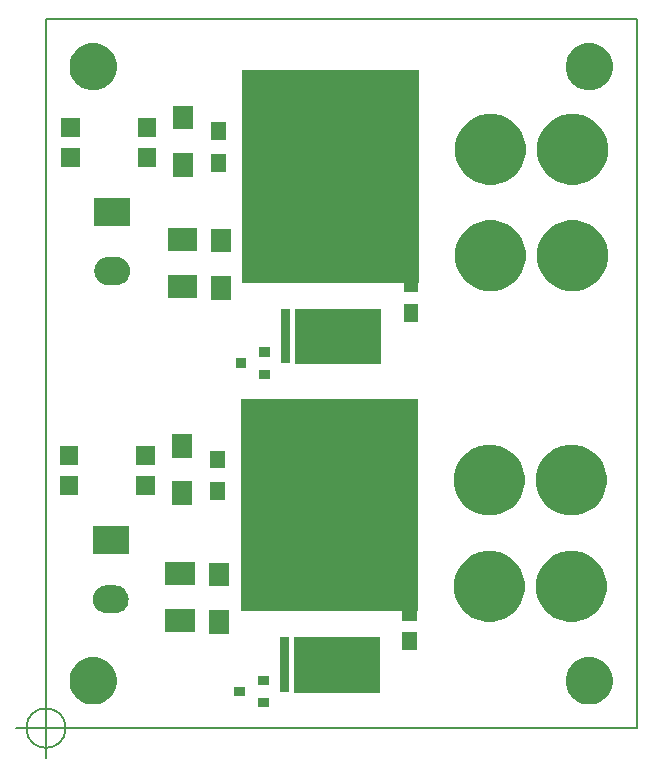
<source format=gbr>
G04 #@! TF.GenerationSoftware,KiCad,Pcbnew,(5.1.5)-3*
G04 #@! TF.CreationDate,2020-03-14T21:19:23-04:00*
G04 #@! TF.ProjectId,MOSTERFET,4d4f5354-4552-4464-9554-2e6b69636164,1.0*
G04 #@! TF.SameCoordinates,Original*
G04 #@! TF.FileFunction,Soldermask,Top*
G04 #@! TF.FilePolarity,Negative*
%FSLAX46Y46*%
G04 Gerber Fmt 4.6, Leading zero omitted, Abs format (unit mm)*
G04 Created by KiCad (PCBNEW (5.1.5)-3) date 2020-03-14 21:19:23*
%MOMM*%
%LPD*%
G04 APERTURE LIST*
%ADD10C,0.150000*%
%ADD11C,0.100000*%
G04 APERTURE END LIST*
D10*
X74666666Y-117000000D02*
G75*
G03X74666666Y-117000000I-1666666J0D01*
G01*
X70500000Y-117000000D02*
X75500000Y-117000000D01*
X73000000Y-114500000D02*
X73000000Y-119500000D01*
X73000000Y-117000000D02*
X123000000Y-117000000D01*
X73000000Y-57000000D02*
X123000000Y-57000000D01*
X123000000Y-117000000D02*
X123000000Y-57000000D01*
X73000000Y-117000000D02*
X73000000Y-57000000D01*
X73000000Y-117000000D02*
X73250000Y-117000000D01*
X73000000Y-117000000D02*
X121000000Y-117000000D01*
D11*
G36*
X91850000Y-115250000D02*
G01*
X90950000Y-115250000D01*
X90950000Y-114450000D01*
X91850000Y-114450000D01*
X91850000Y-115250000D01*
G37*
G36*
X119293582Y-111019215D02*
G01*
X119583381Y-111076859D01*
X119947356Y-111227623D01*
X120274921Y-111446495D01*
X120274923Y-111446497D01*
X120274926Y-111446499D01*
X120553501Y-111725074D01*
X120553503Y-111725077D01*
X120553505Y-111725079D01*
X120772377Y-112052644D01*
X120923141Y-112416619D01*
X121000000Y-112803018D01*
X121000000Y-113196982D01*
X120923141Y-113583381D01*
X120772377Y-113947356D01*
X120553505Y-114274921D01*
X120553503Y-114274923D01*
X120553501Y-114274926D01*
X120274926Y-114553501D01*
X120274923Y-114553503D01*
X120274921Y-114553505D01*
X119947356Y-114772377D01*
X119583381Y-114923141D01*
X119293582Y-114980785D01*
X119196983Y-115000000D01*
X118803017Y-115000000D01*
X118706418Y-114980785D01*
X118416619Y-114923141D01*
X118052644Y-114772377D01*
X117725079Y-114553505D01*
X117725077Y-114553503D01*
X117725074Y-114553501D01*
X117446499Y-114274926D01*
X117446497Y-114274923D01*
X117446495Y-114274921D01*
X117227623Y-113947356D01*
X117076859Y-113583381D01*
X117000000Y-113196982D01*
X117000000Y-112803018D01*
X117076859Y-112416619D01*
X117227623Y-112052644D01*
X117446495Y-111725079D01*
X117446497Y-111725077D01*
X117446499Y-111725074D01*
X117725074Y-111446499D01*
X117725077Y-111446497D01*
X117725079Y-111446495D01*
X118052644Y-111227623D01*
X118416619Y-111076859D01*
X118706418Y-111019215D01*
X118803017Y-111000000D01*
X119196983Y-111000000D01*
X119293582Y-111019215D01*
G37*
G36*
X77293582Y-111019215D02*
G01*
X77583381Y-111076859D01*
X77947356Y-111227623D01*
X78274921Y-111446495D01*
X78274923Y-111446497D01*
X78274926Y-111446499D01*
X78553501Y-111725074D01*
X78553503Y-111725077D01*
X78553505Y-111725079D01*
X78772377Y-112052644D01*
X78923141Y-112416619D01*
X79000000Y-112803018D01*
X79000000Y-113196982D01*
X78923141Y-113583381D01*
X78772377Y-113947356D01*
X78553505Y-114274921D01*
X78553503Y-114274923D01*
X78553501Y-114274926D01*
X78274926Y-114553501D01*
X78274923Y-114553503D01*
X78274921Y-114553505D01*
X77947356Y-114772377D01*
X77583381Y-114923141D01*
X77293582Y-114980785D01*
X77196983Y-115000000D01*
X76803017Y-115000000D01*
X76706418Y-114980785D01*
X76416619Y-114923141D01*
X76052644Y-114772377D01*
X75725079Y-114553505D01*
X75725077Y-114553503D01*
X75725074Y-114553501D01*
X75446499Y-114274926D01*
X75446497Y-114274923D01*
X75446495Y-114274921D01*
X75227623Y-113947356D01*
X75076859Y-113583381D01*
X75000000Y-113196982D01*
X75000000Y-112803018D01*
X75076859Y-112416619D01*
X75227623Y-112052644D01*
X75446495Y-111725079D01*
X75446497Y-111725077D01*
X75446499Y-111725074D01*
X75725074Y-111446499D01*
X75725077Y-111446497D01*
X75725079Y-111446495D01*
X76052644Y-111227623D01*
X76416619Y-111076859D01*
X76706418Y-111019215D01*
X76803017Y-111000000D01*
X77196983Y-111000000D01*
X77293582Y-111019215D01*
G37*
G36*
X89850000Y-114300000D02*
G01*
X88950000Y-114300000D01*
X88950000Y-113500000D01*
X89850000Y-113500000D01*
X89850000Y-114300000D01*
G37*
G36*
X101300000Y-114000000D02*
G01*
X94000000Y-114000000D01*
X94000000Y-109300000D01*
X101300000Y-109300000D01*
X101300000Y-114000000D01*
G37*
G36*
X93590000Y-113925000D02*
G01*
X92790000Y-113925000D01*
X92790000Y-109325000D01*
X93590000Y-109325000D01*
X93590000Y-113925000D01*
G37*
G36*
X91850000Y-113350000D02*
G01*
X90950000Y-113350000D01*
X90950000Y-112550000D01*
X91850000Y-112550000D01*
X91850000Y-113350000D01*
G37*
G36*
X104425000Y-110400000D02*
G01*
X103175000Y-110400000D01*
X103175000Y-108900000D01*
X104425000Y-108900000D01*
X104425000Y-110400000D01*
G37*
G36*
X88500000Y-109000000D02*
G01*
X86800000Y-109000000D01*
X86800000Y-107000000D01*
X88500000Y-107000000D01*
X88500000Y-109000000D01*
G37*
G36*
X85600000Y-108900000D02*
G01*
X83100000Y-108900000D01*
X83100000Y-106900000D01*
X85600000Y-106900000D01*
X85600000Y-108900000D01*
G37*
G36*
X118350068Y-102115288D02*
G01*
X118350070Y-102115289D01*
X118350071Y-102115289D01*
X118896034Y-102341434D01*
X119387384Y-102669744D01*
X119387386Y-102669746D01*
X119387389Y-102669748D01*
X119805252Y-103087611D01*
X119805254Y-103087614D01*
X119805256Y-103087616D01*
X120133566Y-103578966D01*
X120133566Y-103578967D01*
X120359712Y-104124932D01*
X120475000Y-104704526D01*
X120475000Y-105295474D01*
X120360788Y-105869660D01*
X120359711Y-105875071D01*
X120133566Y-106421034D01*
X119805256Y-106912384D01*
X119805254Y-106912386D01*
X119805252Y-106912389D01*
X119387389Y-107330252D01*
X119387386Y-107330254D01*
X119387384Y-107330256D01*
X118896034Y-107658566D01*
X118350071Y-107884711D01*
X118350070Y-107884711D01*
X118350068Y-107884712D01*
X117770474Y-108000000D01*
X117179526Y-108000000D01*
X116599932Y-107884712D01*
X116599930Y-107884711D01*
X116599929Y-107884711D01*
X116053966Y-107658566D01*
X115562616Y-107330256D01*
X115562614Y-107330254D01*
X115562611Y-107330252D01*
X115144748Y-106912389D01*
X115144746Y-106912386D01*
X115144744Y-106912384D01*
X114816434Y-106421034D01*
X114590289Y-105875071D01*
X114589213Y-105869660D01*
X114475000Y-105295474D01*
X114475000Y-104704526D01*
X114590288Y-104124932D01*
X114816434Y-103578967D01*
X114816434Y-103578966D01*
X115144744Y-103087616D01*
X115144746Y-103087614D01*
X115144748Y-103087611D01*
X115562611Y-102669748D01*
X115562614Y-102669746D01*
X115562616Y-102669744D01*
X116053966Y-102341434D01*
X116599929Y-102115289D01*
X116599930Y-102115289D01*
X116599932Y-102115288D01*
X117179526Y-102000000D01*
X117770474Y-102000000D01*
X118350068Y-102115288D01*
G37*
G36*
X111400068Y-102115288D02*
G01*
X111400070Y-102115289D01*
X111400071Y-102115289D01*
X111946034Y-102341434D01*
X112437384Y-102669744D01*
X112437386Y-102669746D01*
X112437389Y-102669748D01*
X112855252Y-103087611D01*
X112855254Y-103087614D01*
X112855256Y-103087616D01*
X113183566Y-103578966D01*
X113183566Y-103578967D01*
X113409712Y-104124932D01*
X113525000Y-104704526D01*
X113525000Y-105295474D01*
X113410788Y-105869660D01*
X113409711Y-105875071D01*
X113183566Y-106421034D01*
X112855256Y-106912384D01*
X112855254Y-106912386D01*
X112855252Y-106912389D01*
X112437389Y-107330252D01*
X112437386Y-107330254D01*
X112437384Y-107330256D01*
X111946034Y-107658566D01*
X111400071Y-107884711D01*
X111400070Y-107884711D01*
X111400068Y-107884712D01*
X110820474Y-108000000D01*
X110229526Y-108000000D01*
X109649932Y-107884712D01*
X109649930Y-107884711D01*
X109649929Y-107884711D01*
X109103966Y-107658566D01*
X108612616Y-107330256D01*
X108612614Y-107330254D01*
X108612611Y-107330252D01*
X108194748Y-106912389D01*
X108194746Y-106912386D01*
X108194744Y-106912384D01*
X107866434Y-106421034D01*
X107640289Y-105875071D01*
X107639213Y-105869660D01*
X107525000Y-105295474D01*
X107525000Y-104704526D01*
X107640288Y-104124932D01*
X107866434Y-103578967D01*
X107866434Y-103578966D01*
X108194744Y-103087616D01*
X108194746Y-103087614D01*
X108194748Y-103087611D01*
X108612611Y-102669748D01*
X108612614Y-102669746D01*
X108612616Y-102669744D01*
X109103966Y-102341434D01*
X109649929Y-102115289D01*
X109649930Y-102115289D01*
X109649932Y-102115288D01*
X110229526Y-102000000D01*
X110820474Y-102000000D01*
X111400068Y-102115288D01*
G37*
G36*
X104500000Y-107100000D02*
G01*
X104488499Y-107100000D01*
X104476111Y-107101220D01*
X104464199Y-107104834D01*
X104453221Y-107110702D01*
X104443598Y-107118598D01*
X104435702Y-107128221D01*
X104429834Y-107139199D01*
X104426220Y-107151111D01*
X104425000Y-107163499D01*
X104425000Y-107900000D01*
X103175000Y-107900000D01*
X103175000Y-107163499D01*
X103173780Y-107151111D01*
X103170166Y-107139199D01*
X103164298Y-107128221D01*
X103156402Y-107118598D01*
X103146779Y-107110702D01*
X103135801Y-107104834D01*
X103123889Y-107101220D01*
X103111501Y-107100000D01*
X89500000Y-107100000D01*
X89500000Y-89100000D01*
X104500000Y-89100000D01*
X104500000Y-107100000D01*
G37*
G36*
X79055340Y-104942002D02*
G01*
X79276829Y-105009189D01*
X79276831Y-105009190D01*
X79480955Y-105118297D01*
X79659871Y-105265129D01*
X79806703Y-105444045D01*
X79806704Y-105444047D01*
X79915811Y-105648171D01*
X79982998Y-105869660D01*
X80005685Y-106100000D01*
X79982998Y-106330340D01*
X79915811Y-106551829D01*
X79915810Y-106551831D01*
X79806703Y-106755955D01*
X79659871Y-106934871D01*
X79480955Y-107081703D01*
X79393926Y-107128221D01*
X79276829Y-107190811D01*
X79055340Y-107257998D01*
X78882720Y-107275000D01*
X78117280Y-107275000D01*
X77944660Y-107257998D01*
X77723171Y-107190811D01*
X77606074Y-107128221D01*
X77519045Y-107081703D01*
X77340129Y-106934871D01*
X77193297Y-106755955D01*
X77084190Y-106551831D01*
X77084189Y-106551829D01*
X77017002Y-106330340D01*
X76994315Y-106100000D01*
X77017002Y-105869660D01*
X77084189Y-105648171D01*
X77193296Y-105444047D01*
X77193297Y-105444045D01*
X77340129Y-105265129D01*
X77519045Y-105118297D01*
X77723169Y-105009190D01*
X77723171Y-105009189D01*
X77944660Y-104942002D01*
X78117280Y-104925000D01*
X78882720Y-104925000D01*
X79055340Y-104942002D01*
G37*
G36*
X88500000Y-105000000D02*
G01*
X86800000Y-105000000D01*
X86800000Y-103000000D01*
X88500000Y-103000000D01*
X88500000Y-105000000D01*
G37*
G36*
X85600000Y-104900000D02*
G01*
X83100000Y-104900000D01*
X83100000Y-102900000D01*
X85600000Y-102900000D01*
X85600000Y-104900000D01*
G37*
G36*
X80000000Y-102275000D02*
G01*
X77000000Y-102275000D01*
X77000000Y-99925000D01*
X80000000Y-99925000D01*
X80000000Y-102275000D01*
G37*
G36*
X118350068Y-93115288D02*
G01*
X118350070Y-93115289D01*
X118350071Y-93115289D01*
X118896034Y-93341434D01*
X119387384Y-93669744D01*
X119387386Y-93669746D01*
X119387389Y-93669748D01*
X119805252Y-94087611D01*
X119805254Y-94087614D01*
X119805256Y-94087616D01*
X120133566Y-94578966D01*
X120359711Y-95124929D01*
X120475000Y-95704527D01*
X120475000Y-96295473D01*
X120359711Y-96875071D01*
X120133566Y-97421034D01*
X119805256Y-97912384D01*
X119805254Y-97912386D01*
X119805252Y-97912389D01*
X119387389Y-98330252D01*
X119387386Y-98330254D01*
X119387384Y-98330256D01*
X118896034Y-98658566D01*
X118350071Y-98884711D01*
X118350070Y-98884711D01*
X118350068Y-98884712D01*
X117770474Y-99000000D01*
X117179526Y-99000000D01*
X116599932Y-98884712D01*
X116599930Y-98884711D01*
X116599929Y-98884711D01*
X116053966Y-98658566D01*
X115562616Y-98330256D01*
X115562614Y-98330254D01*
X115562611Y-98330252D01*
X115144748Y-97912389D01*
X115144746Y-97912386D01*
X115144744Y-97912384D01*
X114816434Y-97421034D01*
X114590289Y-96875071D01*
X114475000Y-96295473D01*
X114475000Y-95704527D01*
X114590289Y-95124929D01*
X114816434Y-94578966D01*
X115144744Y-94087616D01*
X115144746Y-94087614D01*
X115144748Y-94087611D01*
X115562611Y-93669748D01*
X115562614Y-93669746D01*
X115562616Y-93669744D01*
X116053966Y-93341434D01*
X116599929Y-93115289D01*
X116599930Y-93115289D01*
X116599932Y-93115288D01*
X117179526Y-93000000D01*
X117770474Y-93000000D01*
X118350068Y-93115288D01*
G37*
G36*
X111400068Y-93115288D02*
G01*
X111400070Y-93115289D01*
X111400071Y-93115289D01*
X111946034Y-93341434D01*
X112437384Y-93669744D01*
X112437386Y-93669746D01*
X112437389Y-93669748D01*
X112855252Y-94087611D01*
X112855254Y-94087614D01*
X112855256Y-94087616D01*
X113183566Y-94578966D01*
X113409711Y-95124929D01*
X113525000Y-95704527D01*
X113525000Y-96295473D01*
X113409711Y-96875071D01*
X113183566Y-97421034D01*
X112855256Y-97912384D01*
X112855254Y-97912386D01*
X112855252Y-97912389D01*
X112437389Y-98330252D01*
X112437386Y-98330254D01*
X112437384Y-98330256D01*
X111946034Y-98658566D01*
X111400071Y-98884711D01*
X111400070Y-98884711D01*
X111400068Y-98884712D01*
X110820474Y-99000000D01*
X110229526Y-99000000D01*
X109649932Y-98884712D01*
X109649930Y-98884711D01*
X109649929Y-98884711D01*
X109103966Y-98658566D01*
X108612616Y-98330256D01*
X108612614Y-98330254D01*
X108612611Y-98330252D01*
X108194748Y-97912389D01*
X108194746Y-97912386D01*
X108194744Y-97912384D01*
X107866434Y-97421034D01*
X107640289Y-96875071D01*
X107525000Y-96295473D01*
X107525000Y-95704527D01*
X107640289Y-95124929D01*
X107866434Y-94578966D01*
X108194744Y-94087616D01*
X108194746Y-94087614D01*
X108194748Y-94087611D01*
X108612611Y-93669748D01*
X108612614Y-93669746D01*
X108612616Y-93669744D01*
X109103966Y-93341434D01*
X109649929Y-93115289D01*
X109649930Y-93115289D01*
X109649932Y-93115288D01*
X110229526Y-93000000D01*
X110820474Y-93000000D01*
X111400068Y-93115288D01*
G37*
G36*
X85350000Y-98100000D02*
G01*
X83650000Y-98100000D01*
X83650000Y-96100000D01*
X85350000Y-96100000D01*
X85350000Y-98100000D01*
G37*
G36*
X88150000Y-97700000D02*
G01*
X86850000Y-97700000D01*
X86850000Y-96200000D01*
X88150000Y-96200000D01*
X88150000Y-97700000D01*
G37*
G36*
X82250000Y-97270000D02*
G01*
X80650000Y-97270000D01*
X80650000Y-95670000D01*
X82250000Y-95670000D01*
X82250000Y-97270000D01*
G37*
G36*
X75750000Y-97270000D02*
G01*
X74150000Y-97270000D01*
X74150000Y-95670000D01*
X75750000Y-95670000D01*
X75750000Y-97270000D01*
G37*
G36*
X88150000Y-95000000D02*
G01*
X86850000Y-95000000D01*
X86850000Y-93500000D01*
X88150000Y-93500000D01*
X88150000Y-95000000D01*
G37*
G36*
X75750000Y-94730000D02*
G01*
X74150000Y-94730000D01*
X74150000Y-93130000D01*
X75750000Y-93130000D01*
X75750000Y-94730000D01*
G37*
G36*
X82250000Y-94730000D02*
G01*
X80650000Y-94730000D01*
X80650000Y-93130000D01*
X82250000Y-93130000D01*
X82250000Y-94730000D01*
G37*
G36*
X85350000Y-94100000D02*
G01*
X83650000Y-94100000D01*
X83650000Y-92100000D01*
X85350000Y-92100000D01*
X85350000Y-94100000D01*
G37*
G36*
X91950000Y-87450000D02*
G01*
X91050000Y-87450000D01*
X91050000Y-86650000D01*
X91950000Y-86650000D01*
X91950000Y-87450000D01*
G37*
G36*
X89950000Y-86500000D02*
G01*
X89050000Y-86500000D01*
X89050000Y-85700000D01*
X89950000Y-85700000D01*
X89950000Y-86500000D01*
G37*
G36*
X101400000Y-86200000D02*
G01*
X94100000Y-86200000D01*
X94100000Y-81500000D01*
X101400000Y-81500000D01*
X101400000Y-86200000D01*
G37*
G36*
X93690000Y-86125000D02*
G01*
X92890000Y-86125000D01*
X92890000Y-81525000D01*
X93690000Y-81525000D01*
X93690000Y-86125000D01*
G37*
G36*
X91950000Y-85550000D02*
G01*
X91050000Y-85550000D01*
X91050000Y-84750000D01*
X91950000Y-84750000D01*
X91950000Y-85550000D01*
G37*
G36*
X104525000Y-82600000D02*
G01*
X103275000Y-82600000D01*
X103275000Y-81100000D01*
X104525000Y-81100000D01*
X104525000Y-82600000D01*
G37*
G36*
X88700000Y-80725000D02*
G01*
X87000000Y-80725000D01*
X87000000Y-78725000D01*
X88700000Y-78725000D01*
X88700000Y-80725000D01*
G37*
G36*
X85800000Y-80625000D02*
G01*
X83300000Y-80625000D01*
X83300000Y-78625000D01*
X85800000Y-78625000D01*
X85800000Y-80625000D01*
G37*
G36*
X104600000Y-79300000D02*
G01*
X104588499Y-79300000D01*
X104576111Y-79301220D01*
X104564199Y-79304834D01*
X104553221Y-79310702D01*
X104543598Y-79318598D01*
X104535702Y-79328221D01*
X104529834Y-79339199D01*
X104526220Y-79351111D01*
X104525000Y-79363499D01*
X104525000Y-80100000D01*
X103275000Y-80100000D01*
X103275000Y-79363499D01*
X103273780Y-79351111D01*
X103270166Y-79339199D01*
X103264298Y-79328221D01*
X103256402Y-79318598D01*
X103246779Y-79310702D01*
X103235801Y-79304834D01*
X103223889Y-79301220D01*
X103211501Y-79300000D01*
X89600000Y-79300000D01*
X89600000Y-61300000D01*
X104600000Y-61300000D01*
X104600000Y-79300000D01*
G37*
G36*
X111500068Y-74115288D02*
G01*
X111500070Y-74115289D01*
X111500071Y-74115289D01*
X112046034Y-74341434D01*
X112537384Y-74669744D01*
X112537386Y-74669746D01*
X112537389Y-74669748D01*
X112955252Y-75087611D01*
X112955254Y-75087614D01*
X112955256Y-75087616D01*
X113283566Y-75578966D01*
X113283566Y-75578967D01*
X113509712Y-76124932D01*
X113625000Y-76704526D01*
X113625000Y-77295474D01*
X113515063Y-77848169D01*
X113509711Y-77875071D01*
X113283566Y-78421034D01*
X112955256Y-78912384D01*
X112955254Y-78912386D01*
X112955252Y-78912389D01*
X112537389Y-79330252D01*
X112537386Y-79330254D01*
X112537384Y-79330256D01*
X112046034Y-79658566D01*
X111500071Y-79884711D01*
X111500070Y-79884711D01*
X111500068Y-79884712D01*
X110920474Y-80000000D01*
X110329526Y-80000000D01*
X109749932Y-79884712D01*
X109749930Y-79884711D01*
X109749929Y-79884711D01*
X109203966Y-79658566D01*
X108712616Y-79330256D01*
X108712614Y-79330254D01*
X108712611Y-79330252D01*
X108294748Y-78912389D01*
X108294746Y-78912386D01*
X108294744Y-78912384D01*
X107966434Y-78421034D01*
X107740289Y-77875071D01*
X107734938Y-77848169D01*
X107625000Y-77295474D01*
X107625000Y-76704526D01*
X107740288Y-76124932D01*
X107966434Y-75578967D01*
X107966434Y-75578966D01*
X108294744Y-75087616D01*
X108294746Y-75087614D01*
X108294748Y-75087611D01*
X108712611Y-74669748D01*
X108712614Y-74669746D01*
X108712616Y-74669744D01*
X109203966Y-74341434D01*
X109749929Y-74115289D01*
X109749930Y-74115289D01*
X109749932Y-74115288D01*
X110329526Y-74000000D01*
X110920474Y-74000000D01*
X111500068Y-74115288D01*
G37*
G36*
X118450068Y-74115288D02*
G01*
X118450070Y-74115289D01*
X118450071Y-74115289D01*
X118996034Y-74341434D01*
X119487384Y-74669744D01*
X119487386Y-74669746D01*
X119487389Y-74669748D01*
X119905252Y-75087611D01*
X119905254Y-75087614D01*
X119905256Y-75087616D01*
X120233566Y-75578966D01*
X120233566Y-75578967D01*
X120459712Y-76124932D01*
X120575000Y-76704526D01*
X120575000Y-77295474D01*
X120465063Y-77848169D01*
X120459711Y-77875071D01*
X120233566Y-78421034D01*
X119905256Y-78912384D01*
X119905254Y-78912386D01*
X119905252Y-78912389D01*
X119487389Y-79330252D01*
X119487386Y-79330254D01*
X119487384Y-79330256D01*
X118996034Y-79658566D01*
X118450071Y-79884711D01*
X118450070Y-79884711D01*
X118450068Y-79884712D01*
X117870474Y-80000000D01*
X117279526Y-80000000D01*
X116699932Y-79884712D01*
X116699930Y-79884711D01*
X116699929Y-79884711D01*
X116153966Y-79658566D01*
X115662616Y-79330256D01*
X115662614Y-79330254D01*
X115662611Y-79330252D01*
X115244748Y-78912389D01*
X115244746Y-78912386D01*
X115244744Y-78912384D01*
X114916434Y-78421034D01*
X114690289Y-77875071D01*
X114684938Y-77848169D01*
X114575000Y-77295474D01*
X114575000Y-76704526D01*
X114690288Y-76124932D01*
X114916434Y-75578967D01*
X114916434Y-75578966D01*
X115244744Y-75087616D01*
X115244746Y-75087614D01*
X115244748Y-75087611D01*
X115662611Y-74669748D01*
X115662614Y-74669746D01*
X115662616Y-74669744D01*
X116153966Y-74341434D01*
X116699929Y-74115289D01*
X116699930Y-74115289D01*
X116699932Y-74115288D01*
X117279526Y-74000000D01*
X117870474Y-74000000D01*
X118450068Y-74115288D01*
G37*
G36*
X79155340Y-77142002D02*
G01*
X79376829Y-77209189D01*
X79376831Y-77209190D01*
X79580955Y-77318297D01*
X79759871Y-77465129D01*
X79906703Y-77644045D01*
X79906704Y-77644047D01*
X80015811Y-77848171D01*
X80082998Y-78069660D01*
X80105685Y-78300000D01*
X80082998Y-78530340D01*
X80023949Y-78725000D01*
X80015810Y-78751831D01*
X79906703Y-78955955D01*
X79759871Y-79134871D01*
X79580955Y-79281703D01*
X79490119Y-79330256D01*
X79376829Y-79390811D01*
X79155340Y-79457998D01*
X78982720Y-79475000D01*
X78217280Y-79475000D01*
X78044660Y-79457998D01*
X77823171Y-79390811D01*
X77709881Y-79330256D01*
X77619045Y-79281703D01*
X77440129Y-79134871D01*
X77293297Y-78955955D01*
X77184190Y-78751831D01*
X77176051Y-78725000D01*
X77117002Y-78530340D01*
X77094315Y-78300000D01*
X77117002Y-78069660D01*
X77184189Y-77848171D01*
X77293296Y-77644047D01*
X77293297Y-77644045D01*
X77440129Y-77465129D01*
X77619045Y-77318297D01*
X77823169Y-77209190D01*
X77823171Y-77209189D01*
X78044660Y-77142002D01*
X78217280Y-77125000D01*
X78982720Y-77125000D01*
X79155340Y-77142002D01*
G37*
G36*
X88700000Y-76725000D02*
G01*
X87000000Y-76725000D01*
X87000000Y-74725000D01*
X88700000Y-74725000D01*
X88700000Y-76725000D01*
G37*
G36*
X85800000Y-76625000D02*
G01*
X83300000Y-76625000D01*
X83300000Y-74625000D01*
X85800000Y-74625000D01*
X85800000Y-76625000D01*
G37*
G36*
X80100000Y-74475000D02*
G01*
X77100000Y-74475000D01*
X77100000Y-72125000D01*
X80100000Y-72125000D01*
X80100000Y-74475000D01*
G37*
G36*
X111500068Y-65115288D02*
G01*
X111500070Y-65115289D01*
X111500071Y-65115289D01*
X112046034Y-65341434D01*
X112537384Y-65669744D01*
X112537386Y-65669746D01*
X112537389Y-65669748D01*
X112955252Y-66087611D01*
X112955254Y-66087614D01*
X112955256Y-66087616D01*
X113283566Y-66578966D01*
X113283566Y-66578967D01*
X113509712Y-67124932D01*
X113625000Y-67704526D01*
X113625000Y-68295474D01*
X113604209Y-68400000D01*
X113509711Y-68875071D01*
X113283566Y-69421034D01*
X112955256Y-69912384D01*
X112955254Y-69912386D01*
X112955252Y-69912389D01*
X112537389Y-70330252D01*
X112537386Y-70330254D01*
X112537384Y-70330256D01*
X112046034Y-70658566D01*
X111500071Y-70884711D01*
X111500070Y-70884711D01*
X111500068Y-70884712D01*
X110920474Y-71000000D01*
X110329526Y-71000000D01*
X109749932Y-70884712D01*
X109749930Y-70884711D01*
X109749929Y-70884711D01*
X109203966Y-70658566D01*
X108712616Y-70330256D01*
X108712614Y-70330254D01*
X108712611Y-70330252D01*
X108294748Y-69912389D01*
X108294746Y-69912386D01*
X108294744Y-69912384D01*
X107966434Y-69421034D01*
X107740289Y-68875071D01*
X107645792Y-68400000D01*
X107625000Y-68295474D01*
X107625000Y-67704526D01*
X107740288Y-67124932D01*
X107966434Y-66578967D01*
X107966434Y-66578966D01*
X108294744Y-66087616D01*
X108294746Y-66087614D01*
X108294748Y-66087611D01*
X108712611Y-65669748D01*
X108712614Y-65669746D01*
X108712616Y-65669744D01*
X109203966Y-65341434D01*
X109749929Y-65115289D01*
X109749930Y-65115289D01*
X109749932Y-65115288D01*
X110329526Y-65000000D01*
X110920474Y-65000000D01*
X111500068Y-65115288D01*
G37*
G36*
X118450068Y-65115288D02*
G01*
X118450070Y-65115289D01*
X118450071Y-65115289D01*
X118996034Y-65341434D01*
X119487384Y-65669744D01*
X119487386Y-65669746D01*
X119487389Y-65669748D01*
X119905252Y-66087611D01*
X119905254Y-66087614D01*
X119905256Y-66087616D01*
X120233566Y-66578966D01*
X120233566Y-66578967D01*
X120459712Y-67124932D01*
X120575000Y-67704526D01*
X120575000Y-68295474D01*
X120554209Y-68400000D01*
X120459711Y-68875071D01*
X120233566Y-69421034D01*
X119905256Y-69912384D01*
X119905254Y-69912386D01*
X119905252Y-69912389D01*
X119487389Y-70330252D01*
X119487386Y-70330254D01*
X119487384Y-70330256D01*
X118996034Y-70658566D01*
X118450071Y-70884711D01*
X118450070Y-70884711D01*
X118450068Y-70884712D01*
X117870474Y-71000000D01*
X117279526Y-71000000D01*
X116699932Y-70884712D01*
X116699930Y-70884711D01*
X116699929Y-70884711D01*
X116153966Y-70658566D01*
X115662616Y-70330256D01*
X115662614Y-70330254D01*
X115662611Y-70330252D01*
X115244748Y-69912389D01*
X115244746Y-69912386D01*
X115244744Y-69912384D01*
X114916434Y-69421034D01*
X114690289Y-68875071D01*
X114595792Y-68400000D01*
X114575000Y-68295474D01*
X114575000Y-67704526D01*
X114690288Y-67124932D01*
X114916434Y-66578967D01*
X114916434Y-66578966D01*
X115244744Y-66087616D01*
X115244746Y-66087614D01*
X115244748Y-66087611D01*
X115662611Y-65669748D01*
X115662614Y-65669746D01*
X115662616Y-65669744D01*
X116153966Y-65341434D01*
X116699929Y-65115289D01*
X116699930Y-65115289D01*
X116699932Y-65115288D01*
X117279526Y-65000000D01*
X117870474Y-65000000D01*
X118450068Y-65115288D01*
G37*
G36*
X85450000Y-70300000D02*
G01*
X83750000Y-70300000D01*
X83750000Y-68300000D01*
X85450000Y-68300000D01*
X85450000Y-70300000D01*
G37*
G36*
X88250000Y-69900000D02*
G01*
X86950000Y-69900000D01*
X86950000Y-68400000D01*
X88250000Y-68400000D01*
X88250000Y-69900000D01*
G37*
G36*
X82350000Y-69470000D02*
G01*
X80750000Y-69470000D01*
X80750000Y-67870000D01*
X82350000Y-67870000D01*
X82350000Y-69470000D01*
G37*
G36*
X75850000Y-69470000D02*
G01*
X74250000Y-69470000D01*
X74250000Y-67870000D01*
X75850000Y-67870000D01*
X75850000Y-69470000D01*
G37*
G36*
X88250000Y-67200000D02*
G01*
X86950000Y-67200000D01*
X86950000Y-65700000D01*
X88250000Y-65700000D01*
X88250000Y-67200000D01*
G37*
G36*
X82350000Y-66930000D02*
G01*
X80750000Y-66930000D01*
X80750000Y-65330000D01*
X82350000Y-65330000D01*
X82350000Y-66930000D01*
G37*
G36*
X75850000Y-66930000D02*
G01*
X74250000Y-66930000D01*
X74250000Y-65330000D01*
X75850000Y-65330000D01*
X75850000Y-66930000D01*
G37*
G36*
X85450000Y-66300000D02*
G01*
X83750000Y-66300000D01*
X83750000Y-64300000D01*
X85450000Y-64300000D01*
X85450000Y-66300000D01*
G37*
G36*
X119293582Y-59019215D02*
G01*
X119583381Y-59076859D01*
X119947356Y-59227623D01*
X120274921Y-59446495D01*
X120274923Y-59446497D01*
X120274926Y-59446499D01*
X120553501Y-59725074D01*
X120553503Y-59725077D01*
X120553505Y-59725079D01*
X120772377Y-60052644D01*
X120923141Y-60416619D01*
X121000000Y-60803018D01*
X121000000Y-61196982D01*
X120923141Y-61583381D01*
X120772377Y-61947356D01*
X120553505Y-62274921D01*
X120553503Y-62274923D01*
X120553501Y-62274926D01*
X120274926Y-62553501D01*
X120274923Y-62553503D01*
X120274921Y-62553505D01*
X119947356Y-62772377D01*
X119583381Y-62923141D01*
X119293582Y-62980785D01*
X119196983Y-63000000D01*
X118803017Y-63000000D01*
X118706418Y-62980785D01*
X118416619Y-62923141D01*
X118052644Y-62772377D01*
X117725079Y-62553505D01*
X117725077Y-62553503D01*
X117725074Y-62553501D01*
X117446499Y-62274926D01*
X117446497Y-62274923D01*
X117446495Y-62274921D01*
X117227623Y-61947356D01*
X117076859Y-61583381D01*
X117000000Y-61196982D01*
X117000000Y-60803018D01*
X117076859Y-60416619D01*
X117227623Y-60052644D01*
X117446495Y-59725079D01*
X117446497Y-59725077D01*
X117446499Y-59725074D01*
X117725074Y-59446499D01*
X117725077Y-59446497D01*
X117725079Y-59446495D01*
X118052644Y-59227623D01*
X118416619Y-59076859D01*
X118706418Y-59019215D01*
X118803017Y-59000000D01*
X119196983Y-59000000D01*
X119293582Y-59019215D01*
G37*
G36*
X77293582Y-59019215D02*
G01*
X77583381Y-59076859D01*
X77947356Y-59227623D01*
X78274921Y-59446495D01*
X78274923Y-59446497D01*
X78274926Y-59446499D01*
X78553501Y-59725074D01*
X78553503Y-59725077D01*
X78553505Y-59725079D01*
X78772377Y-60052644D01*
X78923141Y-60416619D01*
X79000000Y-60803018D01*
X79000000Y-61196982D01*
X78923141Y-61583381D01*
X78772377Y-61947356D01*
X78553505Y-62274921D01*
X78553503Y-62274923D01*
X78553501Y-62274926D01*
X78274926Y-62553501D01*
X78274923Y-62553503D01*
X78274921Y-62553505D01*
X77947356Y-62772377D01*
X77583381Y-62923141D01*
X77293582Y-62980785D01*
X77196983Y-63000000D01*
X76803017Y-63000000D01*
X76706418Y-62980785D01*
X76416619Y-62923141D01*
X76052644Y-62772377D01*
X75725079Y-62553505D01*
X75725077Y-62553503D01*
X75725074Y-62553501D01*
X75446499Y-62274926D01*
X75446497Y-62274923D01*
X75446495Y-62274921D01*
X75227623Y-61947356D01*
X75076859Y-61583381D01*
X75000000Y-61196982D01*
X75000000Y-60803018D01*
X75076859Y-60416619D01*
X75227623Y-60052644D01*
X75446495Y-59725079D01*
X75446497Y-59725077D01*
X75446499Y-59725074D01*
X75725074Y-59446499D01*
X75725077Y-59446497D01*
X75725079Y-59446495D01*
X76052644Y-59227623D01*
X76416619Y-59076859D01*
X76706418Y-59019215D01*
X76803017Y-59000000D01*
X77196983Y-59000000D01*
X77293582Y-59019215D01*
G37*
M02*

</source>
